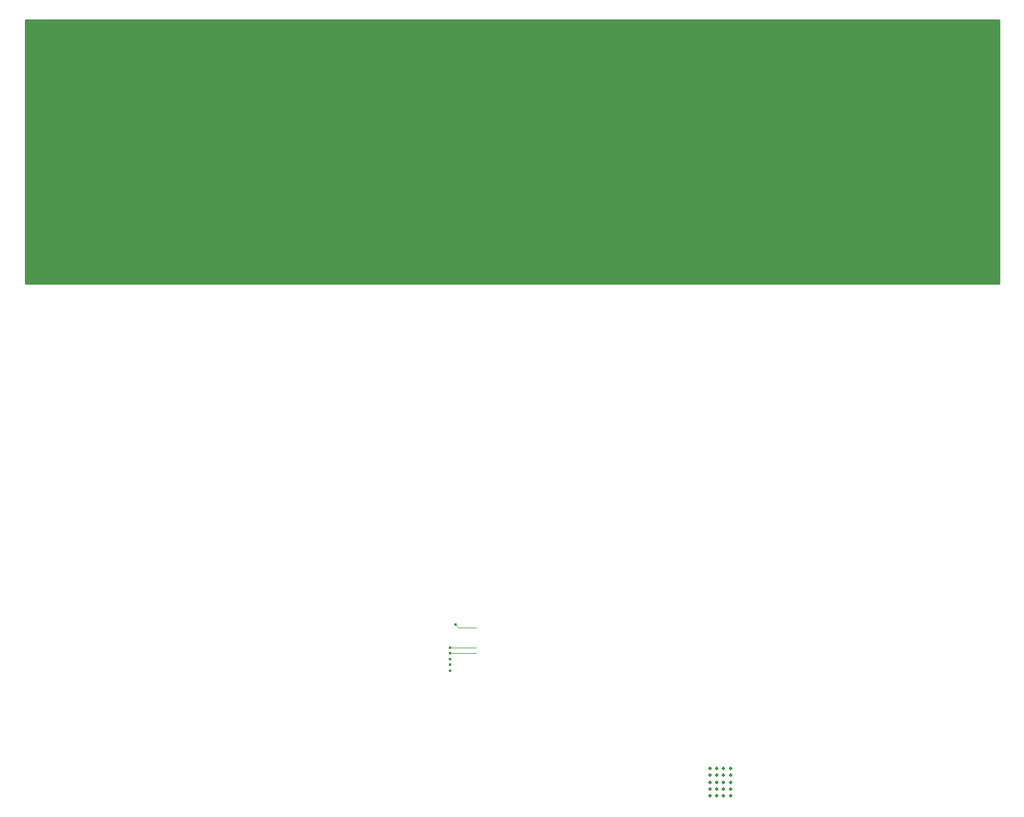
<source format=gbr>
%TF.GenerationSoftware,KiCad,Pcbnew,5.1.6-c6e7f7d~86~ubuntu18.04.1*%
%TF.CreationDate,2020-06-01T18:26:28-05:00*%
%TF.ProjectId,AP2100,41503231-3030-42e6-9b69-6361645f7063,rev?*%
%TF.SameCoordinates,Original*%
%TF.FileFunction,Copper,L6,Bot*%
%TF.FilePolarity,Positive*%
%FSLAX46Y46*%
G04 Gerber Fmt 4.6, Leading zero omitted, Abs format (unit mm)*
G04 Created by KiCad (PCBNEW 5.1.6-c6e7f7d~86~ubuntu18.04.1) date 2020-06-01 18:26:28*
%MOMM*%
%LPD*%
G01*
G04 APERTURE LIST*
%TA.AperFunction,ComponentPad*%
%ADD10C,0.499999*%
%TD*%
%TA.AperFunction,ViaPad*%
%ADD11C,0.400000*%
%TD*%
%TA.AperFunction,Conductor*%
%ADD12C,0.105000*%
%TD*%
%TA.AperFunction,NonConductor*%
%ADD13C,0.254000*%
%TD*%
G04 APERTURE END LIST*
D10*
%TO.P,U1,V*%
%TO.N,N/C*%
X103525000Y-121449999D03*
X103525000Y-123350001D03*
X103525000Y-122400000D03*
X104475000Y-122400000D03*
X104475000Y-123350001D03*
X104475000Y-121449999D03*
X104475000Y-120499999D03*
X103525000Y-120499999D03*
X103525000Y-124300001D03*
X104475000Y-124300001D03*
X105425001Y-124300001D03*
X105425001Y-120499999D03*
X105425001Y-121449999D03*
X105425001Y-123350001D03*
X105425001Y-122400000D03*
X102574999Y-122400000D03*
X102574999Y-123350001D03*
X102574999Y-121449999D03*
X102574999Y-120499999D03*
X102574999Y-124300001D03*
%TD*%
D11*
%TO.N,*%
X66340000Y-106030000D03*
X66340000Y-104430000D03*
%TO.N,GND*%
X66340000Y-106830000D03*
%TO.N,Net-(U2-PadW22)*%
X66340000Y-105230000D03*
%TO.N,Net-(U2-PadU22)*%
X66340000Y-103630000D03*
%TO.N,Net-(U2-PadN23)*%
X67140000Y-100430000D03*
%TD*%
D12*
%TO.N,*%
X66340000Y-104430000D02*
X69940000Y-104430000D01*
%TO.N,Net-(U2-PadU22)*%
X66340000Y-103630000D02*
X69940000Y-103630000D01*
%TO.N,Net-(U2-PadN23)*%
X67140000Y-100430000D02*
X67540000Y-100830000D01*
X67540000Y-100830000D02*
X69940000Y-100830000D01*
%TD*%
D13*
G36*
X142873000Y-52873000D02*
G01*
X7127000Y-52873000D01*
X7127000Y-16127000D01*
X142873000Y-16127000D01*
X142873000Y-52873000D01*
G37*
X142873000Y-52873000D02*
X7127000Y-52873000D01*
X7127000Y-16127000D01*
X142873000Y-16127000D01*
X142873000Y-52873000D01*
M02*

</source>
